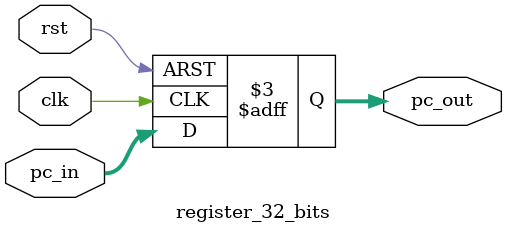
<source format=v>
`timescale 1ns/1ps
module register_32_bits (input clk,rst, input [31:0] pc_in,  output reg [31:0] pc_out);

always @(posedge clk, negedge rst)
begin
if (~rst)
pc_out <= 32'b0;
else
pc_out <= pc_in;
end

endmodule

</source>
